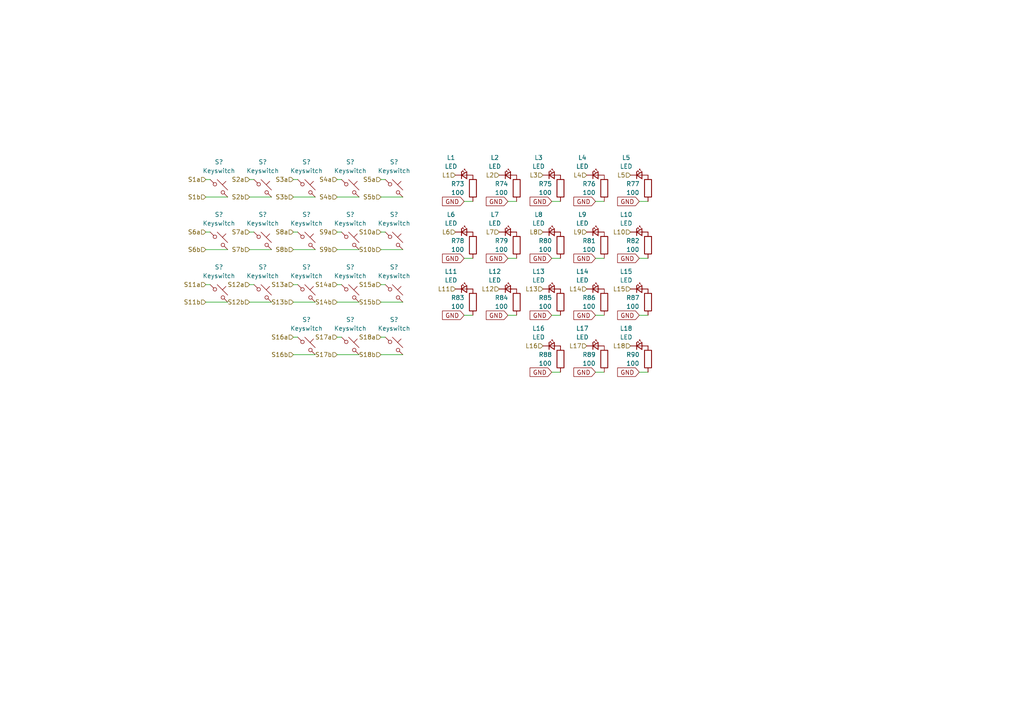
<source format=kicad_sch>
(kicad_sch (version 20230121) (generator eeschema)
  (paper "A4")
  (lib_symbols
    (symbol "Device:LED_Small" (pin_numbers hide) (pin_names (offset 0.254) hide)
      (property "Reference" "D" (at -1.27 3.175 0))
      (property "Value" "LED_Small" (at -4.445 -2.54 0))
      (symbol "LED_Small_0_1"
        (polyline (pts (xy -0.762 -1.016) (xy -0.762 1.016)) (stroke (width 0.254)))
        (polyline (pts (xy 1.016 0) (xy -0.762 0)))
        (polyline (pts (xy 0.762 -1.016) (xy -0.762 0) (xy 0.762 1.016) (xy 0.762 -1.016)) (stroke (width 0.254)))
        (polyline (pts (xy 0 0.762) (xy -0.508 1.27) (xy -0.254 1.27) (xy -0.508 1.27) (xy -0.508 1.016)))
        (polyline (pts (xy 0.508 1.27) (xy 0 1.778) (xy 0.254 1.778) (xy 0 1.778) (xy 0 1.524)))
      )
      (symbol "LED_Small_1_1"
        (pin passive line (at -2.54 0 0) (length 1.778) (name "K") (number "1"))
        (pin passive line (at 2.54 0 180) (length 1.778) (name "A") (number "2"))
      )
    )
    (symbol "ScottoKeebs:Placeholder_Keyswitch" (pin_numbers hide) (pin_names (offset 1.016) hide)
      (property "Reference" "S" (at 3.048 1.016 0))
      (property "Value" "Keyswitch" (at 0 -3.81 0))
      (symbol "Placeholder_Keyswitch_0_1"
        (circle (center -1.1684 1.1684) (radius 0.508))
        (polyline (pts (xy -0.508 2.54) (xy 2.54 -0.508)))
        (polyline (pts (xy 1.016 1.016) (xy 2.032 2.032)))
        (polyline (pts (xy -2.54 2.54) (xy -1.524 1.524) (xy -1.524 1.524)))
        (polyline (pts (xy 1.524 -1.524) (xy 2.54 -2.54) (xy 2.54 -2.54) (xy 2.54 -2.54)))
        (circle (center 1.143 -1.1938) (radius 0.508))
        (pin passive line (at -2.54 2.54 0) (length 0) (name "1") (number "1"))
        (pin passive line (at 2.54 -2.54 180) (length 0) (name "2") (number "2"))
      )
    )
    (symbol "ScottoKeebs:Placeholder_Resistor" (pin_numbers hide) (pin_names (offset 0))
      (property "Reference" "R" (at 0 2.032 0))
      (property "Value" "Resistor" (at 0 -2.54 0))
      (symbol "Placeholder_Resistor_0_1"
        (rectangle (start 2.54 -1.016) (end -2.54 1.016) (stroke (width 0.254)))
      )
      (symbol "Placeholder_Resistor_1_1"
        (pin passive line (at -3.81 0 0) (length 1.27) (name "~") (number "1"))
        (pin passive line (at 3.81 0 180) (length 1.27) (name "~") (number "2"))
      )
    )
  )
  (wire (pts (xy 110.49 102.87) (xy 116.84 102.87)))
  (wire (pts (xy 97.79 87.63) (xy 104.14 87.63)))
  (wire (pts (xy 110.49 67.31) (xy 111.76 67.31)))
  (wire (pts (xy 72.39 52.07) (xy 73.66 52.07)))
  (wire (pts (xy 72.39 82.55) (xy 73.66 82.55)))
  (wire (pts (xy 85.09 67.31) (xy 86.36 67.31)))
  (wire (pts (xy 185.42 74.93) (xy 187.96 74.93)))
  (wire (pts (xy 59.69 87.63) (xy 66.04 87.63)))
  (wire (pts (xy 172.72 91.44) (xy 175.26 91.44)))
  (wire (pts (xy 134.62 91.44) (xy 137.16 91.44)))
  (wire (pts (xy 59.69 67.31) (xy 60.96 67.31)))
  (wire (pts (xy 72.39 67.31) (xy 73.66 67.31)))
  (wire (pts (xy 110.49 87.63) (xy 116.84 87.63)))
  (wire (pts (xy 97.79 57.15) (xy 104.14 57.15)))
  (wire (pts (xy 160.02 58.42) (xy 162.56 58.42)))
  (wire (pts (xy 172.72 74.93) (xy 175.26 74.93)))
  (wire (pts (xy 172.72 58.42) (xy 175.26 58.42)))
  (wire (pts (xy 134.62 58.42) (xy 137.16 58.42)))
  (wire (pts (xy 160.02 91.44) (xy 162.56 91.44)))
  (wire (pts (xy 160.02 74.93) (xy 162.56 74.93)))
  (wire (pts (xy 85.09 72.39) (xy 91.44 72.39)))
  (wire (pts (xy 85.09 52.07) (xy 86.36 52.07)))
  (wire (pts (xy 110.49 82.55) (xy 111.76 82.55)))
  (wire (pts (xy 110.49 57.15) (xy 116.84 57.15)))
  (wire (pts (xy 185.42 58.42) (xy 187.96 58.42)))
  (wire (pts (xy 97.79 72.39) (xy 104.14 72.39)))
  (wire (pts (xy 85.09 97.79) (xy 86.36 97.79)))
  (wire (pts (xy 85.09 87.63) (xy 91.44 87.63)))
  (wire (pts (xy 72.39 57.15) (xy 78.74 57.15)))
  (wire (pts (xy 85.09 82.55) (xy 86.36 82.55)))
  (wire (pts (xy 160.02 107.95) (xy 162.56 107.95)))
  (wire (pts (xy 134.62 74.93) (xy 137.16 74.93)))
  (wire (pts (xy 110.49 52.07) (xy 111.76 52.07)))
  (wire (pts (xy 97.79 52.07) (xy 99.06 52.07)))
  (wire (pts (xy 59.69 57.15) (xy 66.04 57.15)))
  (wire (pts (xy 147.32 74.93) (xy 149.86 74.93)))
  (wire (pts (xy 110.49 97.79) (xy 111.76 97.79)))
  (wire (pts (xy 85.09 57.15) (xy 91.44 57.15)))
  (wire (pts (xy 172.72 107.95) (xy 175.26 107.95)))
  (wire (pts (xy 147.32 58.42) (xy 149.86 58.42)))
  (wire (pts (xy 85.09 102.87) (xy 91.44 102.87)))
  (wire (pts (xy 59.69 82.55) (xy 60.96 82.55)))
  (wire (pts (xy 59.69 52.07) (xy 60.96 52.07)))
  (wire (pts (xy 97.79 97.79) (xy 99.06 97.79)))
  (wire (pts (xy 185.42 107.95) (xy 187.96 107.95)))
  (wire (pts (xy 147.32 91.44) (xy 149.86 91.44)))
  (wire (pts (xy 97.79 82.55) (xy 99.06 82.55)))
  (wire (pts (xy 72.39 87.63) (xy 78.74 87.63)))
  (wire (pts (xy 97.79 67.31) (xy 99.06 67.31)))
  (wire (pts (xy 72.39 72.39) (xy 78.74 72.39)))
  (wire (pts (xy 97.79 102.87) (xy 104.14 102.87)))
  (wire (pts (xy 185.42 91.44) (xy 187.96 91.44)))
  (wire (pts (xy 110.49 72.39) (xy 116.84 72.39)))
  (wire (pts (xy 59.69 72.39) (xy 66.04 72.39)))
  (global_label "GND" (shape input) (at 185.42 107.95 180) (property "Intersheetrefs" "${INTERSHEET_REFS}" (effects hide)))
  (global_label "GND" (shape input) (at 160.02 58.42 180) (property "Intersheetrefs" "${INTERSHEET_REFS}" (effects hide)))
  (global_label "GND" (shape input) (at 134.62 74.93 180) (property "Intersheetrefs" "${INTERSHEET_REFS}" (effects hide)))
  (global_label "GND" (shape input) (at 172.72 107.95 180) (property "Intersheetrefs" "${INTERSHEET_REFS}" (effects hide)))
  (global_label "GND" (shape input) (at 160.02 74.93 180) (property "Intersheetrefs" "${INTERSHEET_REFS}" (effects hide)))
  (global_label "GND" (shape input) (at 147.32 58.42 180) (property "Intersheetrefs" "${INTERSHEET_REFS}" (effects hide)))
  (global_label "GND" (shape input) (at 185.42 58.42 180) (property "Intersheetrefs" "${INTERSHEET_REFS}" (effects hide)))
  (global_label "GND" (shape input) (at 172.72 74.93 180) (property "Intersheetrefs" "${INTERSHEET_REFS}" (effects hide)))
  (global_label "GND" (shape input) (at 172.72 91.44 180) (property "Intersheetrefs" "${INTERSHEET_REFS}" (effects hide)))
  (global_label "GND" (shape input) (at 134.62 91.44 180) (property "Intersheetrefs" "${INTERSHEET_REFS}" (effects hide)))
  (global_label "GND" (shape input) (at 160.02 107.95 180) (property "Intersheetrefs" "${INTERSHEET_REFS}" (effects hide)))
  (global_label "GND" (shape input) (at 160.02 91.44 180) (property "Intersheetrefs" "${INTERSHEET_REFS}" (effects hide)))
  (global_label "GND" (shape input) (at 185.42 91.44 180) (property "Intersheetrefs" "${INTERSHEET_REFS}" (effects hide)))
  (global_label "GND" (shape input) (at 185.42 74.93 180) (property "Intersheetrefs" "${INTERSHEET_REFS}" (effects hide)))
  (global_label "GND" (shape input) (at 172.72 58.42 180) (property "Intersheetrefs" "${INTERSHEET_REFS}" (effects hide)))
  (global_label "GND" (shape input) (at 147.32 91.44 180) (property "Intersheetrefs" "${INTERSHEET_REFS}" (effects hide)))
  (global_label "GND" (shape input) (at 134.62 58.42 180) (property "Intersheetrefs" "${INTERSHEET_REFS}" (effects hide)))
  (global_label "GND" (shape input) (at 147.32 74.93 180) (property "Intersheetrefs" "${INTERSHEET_REFS}" (effects hide)))
  (hierarchical_label "S1b" (shape input) (at 59.69 57.15 180))
  (hierarchical_label "L7" (shape input) (at 144.78 67.31 180))
  (hierarchical_label "S7b" (shape input) (at 72.39 72.39 180))
  (hierarchical_label "L15" (shape input) (at 182.88 83.82 180))
  (hierarchical_label "S9a" (shape input) (at 97.79 67.31 180))
  (hierarchical_label "S3a" (shape input) (at 85.09 52.07 180))
  (hierarchical_label "L16" (shape input) (at 157.48 100.33 180))
  (hierarchical_label "L12" (shape input) (at 144.78 83.82 180))
  (hierarchical_label "S12b" (shape input) (at 72.39 87.63 180))
  (hierarchical_label "S5a" (shape input) (at 110.49 52.07 180))
  (hierarchical_label "S4a" (shape input) (at 97.79 52.07 180))
  (hierarchical_label "L17" (shape input) (at 170.18 100.33 180))
  (hierarchical_label "L11" (shape input) (at 132.08 83.82 180))
  (hierarchical_label "S18b" (shape input) (at 110.49 102.87 180))
  (hierarchical_label "L18" (shape input) (at 182.88 100.33 180))
  (hierarchical_label "S10a" (shape input) (at 110.49 67.31 180))
  (hierarchical_label "S7a" (shape input) (at 72.39 67.31 180))
  (hierarchical_label "L2" (shape input) (at 144.78 50.8 180))
  (hierarchical_label "L5" (shape input) (at 182.88 50.8 180))
  (hierarchical_label "S14b" (shape input) (at 97.79 87.63 180))
  (hierarchical_label "S17a" (shape input) (at 97.79 97.79 180))
  (hierarchical_label "S15b" (shape input) (at 110.49 87.63 180))
  (hierarchical_label "S3b" (shape input) (at 85.09 57.15 180))
  (hierarchical_label "L14" (shape input) (at 170.18 83.82 180))
  (hierarchical_label "S16b" (shape input) (at 85.09 102.87 180))
  (hierarchical_label "S8b" (shape input) (at 85.09 72.39 180))
  (hierarchical_label "L8" (shape input) (at 157.48 67.31 180))
  (hierarchical_label "L10" (shape input) (at 182.88 67.31 180))
  (hierarchical_label "S12a" (shape input) (at 72.39 82.55 180))
  (hierarchical_label "S10b" (shape input) (at 110.49 72.39 180))
  (hierarchical_label "S16a" (shape input) (at 85.09 97.79 180))
  (hierarchical_label "S2a" (shape input) (at 72.39 52.07 180))
  (hierarchical_label "S11a" (shape input) (at 59.69 82.55 180))
  (hierarchical_label "S18a" (shape input) (at 110.49 97.79 180))
  (hierarchical_label "S17b" (shape input) (at 97.79 102.87 180))
  (hierarchical_label "S6b" (shape input) (at 59.69 72.39 180))
  (hierarchical_label "L6" (shape input) (at 132.08 67.31 180))
  (hierarchical_label "S11b" (shape input) (at 59.69 87.63 180))
  (hierarchical_label "L4" (shape input) (at 170.18 50.8 180))
  (hierarchical_label "L13" (shape input) (at 157.48 83.82 180))
  (hierarchical_label "L9" (shape input) (at 170.18 67.31 180))
  (hierarchical_label "L1" (shape input) (at 132.08 50.8 180))
  (hierarchical_label "S4b" (shape input) (at 97.79 57.15 180))
  (hierarchical_label "S9b" (shape input) (at 97.79 72.39 180))
  (hierarchical_label "S14a" (shape input) (at 97.79 82.55 180))
  (hierarchical_label "S13a" (shape input) (at 85.09 82.55 180))
  (hierarchical_label "L3" (shape input) (at 157.48 50.8 180))
  (hierarchical_label "S5b" (shape input) (at 110.49 57.15 180))
  (hierarchical_label "S6a" (shape input) (at 59.69 67.31 180))
  (hierarchical_label "S2b" (shape input) (at 72.39 57.15 180))
  (hierarchical_label "S1a" (shape input) (at 59.69 52.07 180))
  (hierarchical_label "S15a" (shape input) (at 110.49 82.55 180))
  (hierarchical_label "S8a" (shape input) (at 85.09 67.31 180))
  (hierarchical_label "S13b" (shape input) (at 85.09 87.63 180))
  (symbol (lib_id "ScottoKeebs:Placeholder_Keyswitch") (at 63.5 69.85 0) (unit 1)
    (property "Reference" "S?" (at 63.5 62.23 0))
    (property "Value" "Keyswitch" (at 63.5 64.77 0))
    (property "Footprint" "GKanwarLibrary:Choc_V1_LED_1.00u" (effects hide))
    (instances (project "unchat_keeb" (path "" (reference "S?") (unit 1)) (path "" (reference "S6") (unit 1))))
  )
  (symbol (lib_id "Device:LED_Small") (at 147.32 83.82 0) (unit 1)
    (property "Reference" "L12" (at 143.51 78.74 0))
    (property "Value" "LED" (at 143.51 81.28 0))
    (property "Footprint" "LED_SMD:LED_0603_1608Metric" (effects hide))
  )
  (symbol (lib_id "Device:LED_Small") (at 160.02 50.8 0) (unit 1)
    (property "Reference" "L3" (at 156.21 45.72 0))
    (property "Value" "LED" (at 156.21 48.26 0))
    (property "Footprint" "LED_SMD:LED_0603_1608Metric" (effects hide))
  )
  (symbol (lib_id "ScottoKeebs:Placeholder_Resistor") (at 175.26 71.12 90) (unit 1)
    (property "Reference" "R81" (at 168.91 69.85 90) (effects (justify right)))
    (property "Value" "100" (at 168.91 72.39 90) (effects (justify right)))
    (property "Footprint" "Resistor_SMD:R_0805_2012Metric" (effects hide))
  )
  (symbol (lib_id "ScottoKeebs:Placeholder_Resistor") (at 175.26 87.63 90) (unit 1)
    (property "Reference" "R86" (at 168.91 86.36 90) (effects (justify right)))
    (property "Value" "100" (at 168.91 88.9 90) (effects (justify right)))
    (property "Footprint" "Resistor_SMD:R_0805_2012Metric" (effects hide))
  )
  (symbol (lib_id "ScottoKeebs:Placeholder_Keyswitch") (at 114.3 100.33 0) (unit 1)
    (property "Reference" "S?" (at 114.3 92.71 0))
    (property "Value" "Keyswitch" (at 114.3 95.25 0))
    (property "Footprint" "GKanwarLibrary:Choc_V1_LED_1.50u_90deg" (effects hide))
    (instances (project "unchat_keeb" (path "" (reference "S?") (unit 1)) (path "" (reference "S18") (unit 1))))
  )
  (symbol (lib_id "Device:LED_Small") (at 134.62 67.31 0) (unit 1)
    (property "Reference" "L6" (at 130.81 62.23 0))
    (property "Value" "LED" (at 130.81 64.77 0))
    (property "Footprint" "LED_SMD:LED_0603_1608Metric" (effects hide))
  )
  (symbol (lib_id "Device:LED_Small") (at 172.72 100.33 0) (unit 1)
    (property "Reference" "L17" (at 168.91 95.25 0))
    (property "Value" "LED" (at 168.91 97.79 0))
    (property "Footprint" "LED_SMD:LED_0603_1608Metric" (effects hide))
  )
  (symbol (lib_id "ScottoKeebs:Placeholder_Resistor") (at 187.96 87.63 90) (unit 1)
    (property "Reference" "R87" (at 181.61 86.36 90) (effects (justify right)))
    (property "Value" "100" (at 181.61 88.9 90) (effects (justify right)))
    (property "Footprint" "Resistor_SMD:R_0805_2012Metric" (effects hide))
  )
  (symbol (lib_id "Device:LED_Small") (at 185.42 83.82 0) (unit 1)
    (property "Reference" "L15" (at 181.61 78.74 0))
    (property "Value" "LED" (at 181.61 81.28 0))
    (property "Footprint" "LED_SMD:LED_0603_1608Metric" (effects hide))
  )
  (symbol (lib_id "Device:LED_Small") (at 160.02 83.82 0) (unit 1)
    (property "Reference" "L13" (at 156.21 78.74 0))
    (property "Value" "LED" (at 156.21 81.28 0))
    (property "Footprint" "LED_SMD:LED_0603_1608Metric" (effects hide))
  )
  (symbol (lib_id "Device:LED_Small") (at 185.42 50.8 0) (unit 1)
    (property "Reference" "L5" (at 181.61 45.72 0))
    (property "Value" "LED" (at 181.61 48.26 0))
    (property "Footprint" "LED_SMD:LED_0603_1608Metric" (effects hide))
  )
  (symbol (lib_id "ScottoKeebs:Placeholder_Keyswitch") (at 76.2 85.09 0) (unit 1)
    (property "Reference" "S?" (at 76.2 77.47 0))
    (property "Value" "Keyswitch" (at 76.2 80.01 0))
    (property "Footprint" "GKanwarLibrary:Choc_V1_LED_1.00u" (effects hide))
    (instances (project "unchat_keeb" (path "" (reference "S?") (unit 1)) (path "" (reference "S12") (unit 1))))
  )
  (symbol (lib_id "ScottoKeebs:Placeholder_Resistor") (at 162.56 71.12 90) (unit 1)
    (property "Reference" "R80" (at 156.21 69.85 90) (effects (justify right)))
    (property "Value" "100" (at 156.21 72.39 90) (effects (justify right)))
    (property "Footprint" "Resistor_SMD:R_0805_2012Metric" (effects hide))
  )
  (symbol (lib_id "ScottoKeebs:Placeholder_Keyswitch") (at 101.6 100.33 0) (unit 1)
    (property "Reference" "S?" (at 101.6 92.71 0))
    (property "Value" "Keyswitch" (at 101.6 95.25 0))
    (property "Footprint" "GKanwarLibrary:Choc_V1_LED_1.50u_90deg" (effects hide))
    (instances (project "unchat_keeb" (path "" (reference "S?") (unit 1)) (path "" (reference "S17") (unit 1))))
  )
  (symbol (lib_id "ScottoKeebs:Placeholder_Keyswitch") (at 88.9 100.33 0) (unit 1)
    (property "Reference" "S?" (at 88.9 92.71 0))
    (property "Value" "Keyswitch" (at 88.9 95.25 0))
    (property "Footprint" "GKanwarLibrary:Choc_V1_LED_1.00u" (effects hide))
    (instances (project "unchat_keeb" (path "" (reference "S?") (unit 1)) (path "" (reference "S16") (unit 1))))
  )
  (symbol (lib_id "ScottoKeebs:Placeholder_Resistor") (at 175.26 104.14 90) (unit 1)
    (property "Reference" "R89" (at 168.91 102.87 90) (effects (justify right)))
    (property "Value" "100" (at 168.91 105.41 90) (effects (justify right)))
    (property "Footprint" "Resistor_SMD:R_0805_2012Metric" (effects hide))
  )
  (symbol (lib_id "ScottoKeebs:Placeholder_Keyswitch") (at 76.2 54.61 0) (unit 1)
    (property "Reference" "S?" (at 76.2 46.99 0))
    (property "Value" "Keyswitch" (at 76.2 49.53 0))
    (property "Footprint" "GKanwarLibrary:Choc_V1_LED_1.00u" (effects hide))
    (instances (project "unchat_keeb" (path "" (reference "S?") (unit 1)) (path "" (reference "S2") (unit 1))))
  )
  (symbol (lib_id "Device:LED_Small") (at 147.32 67.31 0) (unit 1)
    (property "Reference" "L7" (at 143.51 62.23 0))
    (property "Value" "LED" (at 143.51 64.77 0))
    (property "Footprint" "LED_SMD:LED_0603_1608Metric" (effects hide))
  )
  (symbol (lib_id "Device:LED_Small") (at 172.72 50.8 0) (unit 1)
    (property "Reference" "L4" (at 168.91 45.72 0))
    (property "Value" "LED" (at 168.91 48.26 0))
    (property "Footprint" "LED_SMD:LED_0603_1608Metric" (effects hide))
  )
  (symbol (lib_id "ScottoKeebs:Placeholder_Keyswitch") (at 76.2 69.85 0) (unit 1)
    (property "Reference" "S?" (at 76.2 62.23 0))
    (property "Value" "Keyswitch" (at 76.2 64.77 0))
    (property "Footprint" "GKanwarLibrary:Choc_V1_LED_1.00u" (effects hide))
    (instances (project "unchat_keeb" (path "" (reference "S?") (unit 1)) (path "" (reference "S7") (unit 1))))
  )
  (symbol (lib_id "ScottoKeebs:Placeholder_Resistor") (at 137.16 71.12 90) (unit 1)
    (property "Reference" "R78" (at 130.81 69.85 90) (effects (justify right)))
    (property "Value" "100" (at 130.81 72.39 90) (effects (justify right)))
    (property "Footprint" "Resistor_SMD:R_0805_2012Metric" (effects hide))
  )
  (symbol (lib_id "ScottoKeebs:Placeholder_Keyswitch") (at 63.5 85.09 0) (unit 1)
    (property "Reference" "S?" (at 63.5 77.47 0))
    (property "Value" "Keyswitch" (at 63.5 80.01 0))
    (property "Footprint" "GKanwarLibrary:Choc_V1_LED_1.00u" (effects hide))
    (instances (project "unchat_keeb" (path "" (reference "S?") (unit 1)) (path "" (reference "S11") (unit 1))))
  )
  (symbol (lib_id "Device:LED_Small") (at 172.72 83.82 0) (unit 1)
    (property "Reference" "L14" (at 168.91 78.74 0))
    (property "Value" "LED" (at 168.91 81.28 0))
    (property "Footprint" "LED_SMD:LED_0603_1608Metric" (effects hide))
  )
  (symbol (lib_id "ScottoKeebs:Placeholder_Resistor") (at 187.96 54.61 90) (unit 1)
    (property "Reference" "R77" (at 181.61 53.34 90) (effects (justify right)))
    (property "Value" "100" (at 181.61 55.88 90) (effects (justify right)))
    (property "Footprint" "Resistor_SMD:R_0805_2012Metric" (effects hide))
  )
  (symbol (lib_id "Device:LED_Small") (at 160.02 100.33 0) (unit 1)
    (property "Reference" "L16" (at 156.21 95.25 0))
    (property "Value" "LED" (at 156.21 97.79 0))
    (property "Footprint" "LED_SMD:LED_0603_1608Metric" (effects hide))
  )
  (symbol (lib_id "ScottoKeebs:Placeholder_Keyswitch") (at 88.9 54.61 0) (unit 1)
    (property "Reference" "S?" (at 88.9 46.99 0))
    (property "Value" "Keyswitch" (at 88.9 49.53 0))
    (property "Footprint" "GKanwarLibrary:Choc_V1_LED_1.00u" (effects hide))
    (instances (project "unchat_keeb" (path "" (reference "S?") (unit 1)) (path "" (reference "S3") (unit 1))))
  )
  (symbol (lib_id "ScottoKeebs:Placeholder_Resistor") (at 175.26 54.61 90) (unit 1)
    (property "Reference" "R76" (at 168.91 53.34 90) (effects (justify right)))
    (property "Value" "100" (at 168.91 55.88 90) (effects (justify right)))
    (property "Footprint" "Resistor_SMD:R_0805_2012Metric" (effects hide))
  )
  (symbol (lib_id "ScottoKeebs:Placeholder_Keyswitch") (at 63.5 54.61 0) (unit 1)
    (property "Reference" "S?" (at 63.5 46.99 0))
    (property "Value" "Keyswitch" (at 63.5 49.53 0))
    (property "Footprint" "GKanwarLibrary:Choc_V1_LED_1.00u" (effects hide))
    (instances (project "unchat_keeb" (path "" (reference "S?") (unit 1)) (path "" (reference "S1") (unit 1))))
  )
  (symbol (lib_id "ScottoKeebs:Placeholder_Resistor") (at 162.56 54.61 90) (unit 1)
    (property "Reference" "R75" (at 156.21 53.34 90) (effects (justify right)))
    (property "Value" "100" (at 156.21 55.88 90) (effects (justify right)))
    (property "Footprint" "Resistor_SMD:R_0805_2012Metric" (effects hide))
  )
  (symbol (lib_id "ScottoKeebs:Placeholder_Keyswitch") (at 88.9 85.09 0) (unit 1)
    (property "Reference" "S?" (at 88.9 77.47 0))
    (property "Value" "Keyswitch" (at 88.9 80.01 0))
    (property "Footprint" "GKanwarLibrary:Choc_V1_LED_1.00u" (effects hide))
    (instances (project "unchat_keeb" (path "" (reference "S?") (unit 1)) (path "" (reference "S13") (unit 1))))
  )
  (symbol (lib_id "ScottoKeebs:Placeholder_Resistor") (at 137.16 54.61 90) (unit 1)
    (property "Reference" "R73" (at 130.81 53.34 90) (effects (justify right)))
    (property "Value" "100" (at 130.81 55.88 90) (effects (justify right)))
    (property "Footprint" "Resistor_SMD:R_0805_2012Metric" (effects hide))
  )
  (symbol (lib_id "Device:LED_Small") (at 160.02 67.31 0) (unit 1)
    (property "Reference" "L8" (at 156.21 62.23 0))
    (property "Value" "LED" (at 156.21 64.77 0))
    (property "Footprint" "LED_SMD:LED_0603_1608Metric" (effects hide))
  )
  (symbol (lib_id "ScottoKeebs:Placeholder_Resistor") (at 149.86 71.12 90) (unit 1)
    (property "Reference" "R79" (at 143.51 69.85 90) (effects (justify right)))
    (property "Value" "100" (at 143.51 72.39 90) (effects (justify right)))
    (property "Footprint" "Resistor_SMD:R_0805_2012Metric" (effects hide))
  )
  (symbol (lib_id "ScottoKeebs:Placeholder_Keyswitch") (at 88.9 69.85 0) (unit 1)
    (property "Reference" "S?" (at 88.9 62.23 0))
    (property "Value" "Keyswitch" (at 88.9 64.77 0))
    (property "Footprint" "GKanwarLibrary:Choc_V1_LED_1.00u" (effects hide))
    (instances (project "unchat_keeb" (path "" (reference "S?") (unit 1)) (path "" (reference "S8") (unit 1))))
  )
  (symbol (lib_id "Device:LED_Small") (at 134.62 83.82 0) (unit 1)
    (property "Reference" "L11" (at 130.81 78.74 0))
    (property "Value" "LED" (at 130.81 81.28 0))
    (property "Footprint" "LED_SMD:LED_0603_1608Metric" (effects hide))
  )
  (symbol (lib_id "ScottoKeebs:Placeholder_Keyswitch") (at 114.3 85.09 0) (unit 1)
    (property "Reference" "S?" (at 114.3 77.47 0))
    (property "Value" "Keyswitch" (at 114.3 80.01 0))
    (property "Footprint" "GKanwarLibrary:Choc_V1_LED_1.00u" (effects hide))
    (instances (project "unchat_keeb" (path "" (reference "S?") (unit 1)) (path "" (reference "S15") (unit 1))))
  )
  (symbol (lib_id "ScottoKeebs:Placeholder_Resistor") (at 149.86 54.61 90) (unit 1)
    (property "Reference" "R74" (at 143.51 53.34 90) (effects (justify right)))
    (property "Value" "100" (at 143.51 55.88 90) (effects (justify right)))
    (property "Footprint" "Resistor_SMD:R_0805_2012Metric" (effects hide))
  )
  (symbol (lib_id "ScottoKeebs:Placeholder_Keyswitch") (at 114.3 69.85 0) (unit 1)
    (property "Reference" "S?" (at 114.3 62.23 0))
    (property "Value" "Keyswitch" (at 114.3 64.77 0))
    (property "Footprint" "GKanwarLibrary:Choc_V1_LED_1.00u" (effects hide))
    (instances (project "unchat_keeb" (path "" (reference "S?") (unit 1)) (path "" (reference "S10") (unit 1))))
  )
  (symbol (lib_id "ScottoKeebs:Placeholder_Resistor") (at 137.16 87.63 90) (unit 1)
    (property "Reference" "R83" (at 130.81 86.36 90) (effects (justify right)))
    (property "Value" "100" (at 130.81 88.9 90) (effects (justify right)))
    (property "Footprint" "Resistor_SMD:R_0805_2012Metric" (effects hide))
  )
  (symbol (lib_id "ScottoKeebs:Placeholder_Resistor") (at 187.96 71.12 90) (unit 1)
    (property "Reference" "R82" (at 181.61 69.85 90) (effects (justify right)))
    (property "Value" "100" (at 181.61 72.39 90) (effects (justify right)))
    (property "Footprint" "Resistor_SMD:R_0805_2012Metric" (effects hide))
  )
  (symbol (lib_id "ScottoKeebs:Placeholder_Resistor") (at 162.56 104.14 90) (unit 1)
    (property "Reference" "R88" (at 156.21 102.87 90) (effects (justify right)))
    (property "Value" "100" (at 156.21 105.41 90) (effects (justify right)))
    (property "Footprint" "Resistor_SMD:R_0805_2012Metric" (effects hide))
  )
  (symbol (lib_id "ScottoKeebs:Placeholder_Resistor") (at 162.56 87.63 90) (unit 1)
    (property "Reference" "R85" (at 156.21 86.36 90) (effects (justify right)))
    (property "Value" "100" (at 156.21 88.9 90) (effects (justify right)))
    (property "Footprint" "Resistor_SMD:R_0805_2012Metric" (effects hide))
  )
  (symbol (lib_id "Device:LED_Small") (at 185.42 100.33 0) (unit 1)
    (property "Reference" "L18" (at 181.61 95.25 0))
    (property "Value" "LED" (at 181.61 97.79 0))
    (property "Footprint" "LED_SMD:LED_0603_1608Metric" (effects hide))
  )
  (symbol (lib_id "ScottoKeebs:Placeholder_Keyswitch") (at 101.6 54.61 0) (unit 1)
    (property "Reference" "S?" (at 101.6 46.99 0))
    (property "Value" "Keyswitch" (at 101.6 49.53 0))
    (property "Footprint" "GKanwarLibrary:Choc_V1_LED_1.00u" (effects hide))
    (instances (project "unchat_keeb" (path "" (reference "S?") (unit 1)) (path "" (reference "S4") (unit 1))))
  )
  (symbol (lib_id "ScottoKeebs:Placeholder_Resistor") (at 187.96 104.14 90) (unit 1)
    (property "Reference" "R90" (at 181.61 102.87 90) (effects (justify right)))
    (property "Value" "100" (at 181.61 105.41 90) (effects (justify right)))
    (property "Footprint" "Resistor_SMD:R_0805_2012Metric" (effects hide))
  )
  (symbol (lib_id "Device:LED_Small") (at 185.42 67.31 0) (unit 1)
    (property "Reference" "L10" (at 181.61 62.23 0))
    (property "Value" "LED" (at 181.61 64.77 0))
    (property "Footprint" "LED_SMD:LED_0603_1608Metric" (effects hide))
  )
  (symbol (lib_id "ScottoKeebs:Placeholder_Keyswitch") (at 114.3 54.61 0) (unit 1)
    (property "Reference" "S?" (at 114.3 46.99 0))
    (property "Value" "Keyswitch" (at 114.3 49.53 0))
    (property "Footprint" "GKanwarLibrary:Choc_V1_LED_1.00u" (effects hide))
    (instances (project "unchat_keeb" (path "" (reference "S?") (unit 1)) (path "" (reference "S5") (unit 1))))
  )
  (symbol (lib_id "Device:LED_Small") (at 147.32 50.8 0) (unit 1)
    (property "Reference" "L2" (at 143.51 45.72 0))
    (property "Value" "LED" (at 143.51 48.26 0))
    (property "Footprint" "LED_SMD:LED_0603_1608Metric" (effects hide))
  )
  (symbol (lib_id "ScottoKeebs:Placeholder_Keyswitch") (at 101.6 85.09 0) (unit 1)
    (property "Reference" "S?" (at 101.6 77.47 0))
    (property "Value" "Keyswitch" (at 101.6 80.01 0))
    (property "Footprint" "GKanwarLibrary:Choc_V1_LED_1.00u" (effects hide))
    (instances (project "unchat_keeb" (path "" (reference "S?") (unit 1)) (path "" (reference "S14") (unit 1))))
  )
  (symbol (lib_id "Device:LED_Small") (at 172.72 67.31 0) (unit 1)
    (property "Reference" "L9" (at 168.91 62.23 0))
    (property "Value" "LED" (at 168.91 64.77 0))
    (property "Footprint" "LED_SMD:LED_0603_1608Metric" (effects hide))
  )
  (symbol (lib_id "Device:LED_Small") (at 134.62 50.8 0) (unit 1)
    (property "Reference" "L1" (at 130.81 45.72 0))
    (property "Value" "LED" (at 130.81 48.26 0))
    (property "Footprint" "LED_SMD:LED_0603_1608Metric" (effects hide))
  )
  (symbol (lib_id "ScottoKeebs:Placeholder_Resistor") (at 149.86 87.63 90) (unit 1)
    (property "Reference" "R84" (at 143.51 86.36 90) (effects (justify right)))
    (property "Value" "100" (at 143.51 88.9 90) (effects (justify right)))
    (property "Footprint" "Resistor_SMD:R_0805_2012Metric" (effects hide))
  )
  (symbol (lib_id "ScottoKeebs:Placeholder_Keyswitch") (at 101.6 69.85 0) (unit 1)
    (property "Reference" "S?" (at 101.6 62.23 0))
    (property "Value" "Keyswitch" (at 101.6 64.77 0))
    (property "Footprint" "GKanwarLibrary:Choc_V1_LED_1.00u" (effects hide))
    (instances (project "unchat_keeb" (path "" (reference "S?") (unit 1)) (path "" (reference "S9") (unit 1))))
  )
)
</source>
